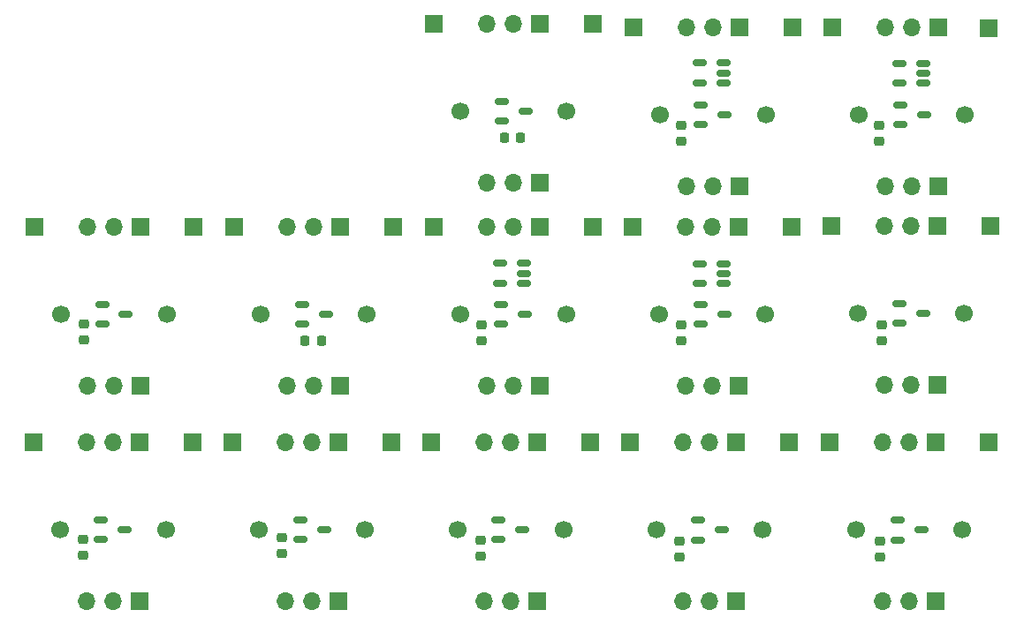
<source format=gbr>
%TF.GenerationSoftware,KiCad,Pcbnew,(7.0.0-0)*%
%TF.CreationDate,2023-03-27T22:21:21-05:00*%
%TF.ProjectId,he-sensor-breakout,68652d73-656e-4736-9f72-2d627265616b,rev?*%
%TF.SameCoordinates,Original*%
%TF.FileFunction,Soldermask,Bot*%
%TF.FilePolarity,Negative*%
%FSLAX46Y46*%
G04 Gerber Fmt 4.6, Leading zero omitted, Abs format (unit mm)*
G04 Created by KiCad (PCBNEW (7.0.0-0)) date 2023-03-27 22:21:21*
%MOMM*%
%LPD*%
G01*
G04 APERTURE LIST*
G04 Aperture macros list*
%AMRoundRect*
0 Rectangle with rounded corners*
0 $1 Rounding radius*
0 $2 $3 $4 $5 $6 $7 $8 $9 X,Y pos of 4 corners*
0 Add a 4 corners polygon primitive as box body*
4,1,4,$2,$3,$4,$5,$6,$7,$8,$9,$2,$3,0*
0 Add four circle primitives for the rounded corners*
1,1,$1+$1,$2,$3*
1,1,$1+$1,$4,$5*
1,1,$1+$1,$6,$7*
1,1,$1+$1,$8,$9*
0 Add four rect primitives between the rounded corners*
20,1,$1+$1,$2,$3,$4,$5,0*
20,1,$1+$1,$4,$5,$6,$7,0*
20,1,$1+$1,$6,$7,$8,$9,0*
20,1,$1+$1,$8,$9,$2,$3,0*%
G04 Aperture macros list end*
%ADD10C,1.700000*%
%ADD11R,1.700000X1.700000*%
%ADD12O,1.700000X1.700000*%
%ADD13RoundRect,0.150000X-0.512500X-0.150000X0.512500X-0.150000X0.512500X0.150000X-0.512500X0.150000X0*%
%ADD14RoundRect,0.225000X0.250000X-0.225000X0.250000X0.225000X-0.250000X0.225000X-0.250000X-0.225000X0*%
%ADD15RoundRect,0.150000X0.512500X0.150000X-0.512500X0.150000X-0.512500X-0.150000X0.512500X-0.150000X0*%
%ADD16RoundRect,0.225000X0.225000X0.250000X-0.225000X0.250000X-0.225000X-0.250000X0.225000X-0.250000X0*%
G04 APERTURE END LIST*
D10*
%TO.C,SW*%
X86104600Y-76111549D03*
X75944600Y-76111549D03*
%TD*%
%TO.C,SW*%
X143470000Y-76138750D03*
X133310000Y-76138750D03*
%TD*%
%TO.C,SW*%
X143209600Y-96810000D03*
X133049600Y-96810000D03*
%TD*%
%TO.C,SW*%
X124344000Y-76129299D03*
X114184000Y-76129299D03*
%TD*%
%TO.C,SW*%
X124388242Y-56665417D03*
X114228242Y-56665417D03*
%TD*%
%TO.C,SW*%
X105280000Y-76128750D03*
X95120000Y-76128750D03*
%TD*%
%TO.C,SW*%
X85994600Y-96775000D03*
X75834600Y-96775000D03*
%TD*%
%TO.C,SW*%
X143496142Y-56984917D03*
X133336142Y-56984917D03*
%TD*%
%TO.C,SW*%
X162604242Y-56997667D03*
X152444242Y-56997667D03*
%TD*%
%TO.C,SW*%
X162350000Y-96820000D03*
X152190000Y-96820000D03*
%TD*%
%TO.C,SW*%
X105089600Y-96795000D03*
X94929600Y-96795000D03*
%TD*%
%TO.C,SW*%
X162519000Y-76054299D03*
X152359000Y-76054299D03*
%TD*%
%TO.C,SW*%
X124114600Y-96790000D03*
X113954600Y-96790000D03*
%TD*%
D11*
%TO.C,STB3*%
X83564599Y-82937798D03*
D12*
X81024599Y-82937798D03*
X78484599Y-82937798D03*
%TD*%
D11*
%TO.C,STB1*%
X130769999Y-67724999D03*
%TD*%
%TO.C,STB1*%
X149904241Y-48583916D03*
%TD*%
%TO.C,STB2*%
X126654599Y-88376249D03*
%TD*%
%TO.C,STB2*%
X107819999Y-67714999D03*
%TD*%
%TO.C,J1*%
X102549599Y-88381249D03*
D12*
X100009599Y-88381249D03*
X97469599Y-88381249D03*
%TD*%
D13*
%TO.C,U1*%
X118126500Y-77079299D03*
X118126500Y-75179299D03*
X120401500Y-76129299D03*
%TD*%
D14*
%TO.C,C1*%
X78144600Y-78572799D03*
X78144600Y-77022799D03*
%TD*%
D13*
%TO.C,U1*%
X79887100Y-77061549D03*
X79887100Y-75161549D03*
X82162100Y-76111549D03*
%TD*%
D11*
%TO.C,STB3*%
X159809999Y-103646249D03*
D12*
X157269999Y-103646249D03*
X154729999Y-103646249D03*
%TD*%
D13*
%TO.C,U1*%
X118170742Y-57615417D03*
X118170742Y-55715417D03*
X120445742Y-56665417D03*
%TD*%
%TO.C,U1*%
X156301500Y-77004299D03*
X156301500Y-75104299D03*
X158576500Y-76054299D03*
%TD*%
D11*
%TO.C,STB1*%
X130796141Y-48571166D03*
%TD*%
D14*
%TO.C,C1*%
X116263600Y-78655549D03*
X116263600Y-77105549D03*
%TD*%
D11*
%TO.C,STB3*%
X140956141Y-63811166D03*
D12*
X138416141Y-63811166D03*
X135876141Y-63811166D03*
%TD*%
D13*
%TO.C,U1*%
X137252500Y-77088750D03*
X137252500Y-75188750D03*
X139527500Y-76138750D03*
%TD*%
D15*
%TO.C,U3*%
X139479242Y-52022667D03*
X139479242Y-52972667D03*
X139479242Y-53922667D03*
X137204242Y-53922667D03*
X137204242Y-52022667D03*
%TD*%
D11*
%TO.C,STB1*%
X92389599Y-88381249D03*
%TD*%
%TO.C,STB1*%
X149818999Y-67640548D03*
%TD*%
D13*
%TO.C,U1*%
X156132500Y-97770000D03*
X156132500Y-95870000D03*
X158407500Y-96820000D03*
%TD*%
D11*
%TO.C,STB3*%
X160064241Y-63823916D03*
D12*
X157524241Y-63823916D03*
X154984241Y-63823916D03*
%TD*%
D11*
%TO.C,J1*%
X140929999Y-67724999D03*
D12*
X138389999Y-67724999D03*
X135849999Y-67724999D03*
%TD*%
D11*
%TO.C,J1*%
X159809999Y-88406249D03*
D12*
X157269999Y-88406249D03*
X154729999Y-88406249D03*
%TD*%
D11*
%TO.C,STB3*%
X102549599Y-103621249D03*
D12*
X100009599Y-103621249D03*
X97469599Y-103621249D03*
%TD*%
D11*
%TO.C,STB1*%
X111688241Y-48251666D03*
%TD*%
%TO.C,STB2*%
X126928241Y-48251666D03*
%TD*%
D15*
%TO.C,U3*%
X120333600Y-71250549D03*
X120333600Y-72200549D03*
X120333600Y-73150549D03*
X118058600Y-73150549D03*
X118058600Y-71250549D03*
%TD*%
D11*
%TO.C,STB1*%
X111414599Y-88376249D03*
%TD*%
%TO.C,J1*%
X102739999Y-67714999D03*
D12*
X100199999Y-67714999D03*
X97659999Y-67714999D03*
%TD*%
D14*
%TO.C,C1*%
X97144600Y-99066250D03*
X97144600Y-97516250D03*
%TD*%
D11*
%TO.C,STB2*%
X146036141Y-48571166D03*
%TD*%
%TO.C,STB1*%
X92579999Y-67714999D03*
%TD*%
%TO.C,STB3*%
X140929999Y-82964999D03*
D12*
X138389999Y-82964999D03*
X135849999Y-82964999D03*
%TD*%
D11*
%TO.C,J1*%
X121803999Y-67715548D03*
D12*
X119263999Y-67715548D03*
X116723999Y-67715548D03*
%TD*%
D11*
%TO.C,STB3*%
X121848241Y-63491666D03*
D12*
X119308241Y-63491666D03*
X116768241Y-63491666D03*
%TD*%
D11*
%TO.C,STB1*%
X130509599Y-88396249D03*
%TD*%
D14*
%TO.C,C1*%
X154564000Y-78650549D03*
X154564000Y-77100549D03*
%TD*%
D13*
%TO.C,U1*%
X117897100Y-97740000D03*
X117897100Y-95840000D03*
X120172100Y-96790000D03*
%TD*%
D11*
%TO.C,STB3*%
X83454599Y-103601249D03*
D12*
X80914599Y-103601249D03*
X78374599Y-103601249D03*
%TD*%
D11*
%TO.C,STB1*%
X73294599Y-88361249D03*
%TD*%
%TO.C,J1*%
X160064241Y-48583916D03*
D12*
X157524241Y-48583916D03*
X154984241Y-48583916D03*
%TD*%
D14*
%TO.C,C1*%
X154395000Y-99416250D03*
X154395000Y-97866250D03*
%TD*%
D11*
%TO.C,J1*%
X159978999Y-67640548D03*
D12*
X157438999Y-67640548D03*
X154898999Y-67640548D03*
%TD*%
D11*
%TO.C,STB2*%
X88534599Y-88361249D03*
%TD*%
D14*
%TO.C,C1*%
X116174600Y-99346250D03*
X116174600Y-97796250D03*
%TD*%
D11*
%TO.C,STB2*%
X107629599Y-88381249D03*
%TD*%
D14*
%TO.C,C1*%
X135254600Y-99406250D03*
X135254600Y-97856250D03*
%TD*%
D11*
%TO.C,J1*%
X83564599Y-67697798D03*
D12*
X81024599Y-67697798D03*
X78484599Y-67697798D03*
%TD*%
D13*
%TO.C,U1*%
X156386742Y-57947667D03*
X156386742Y-56047667D03*
X158661742Y-56997667D03*
%TD*%
D11*
%TO.C,STB3*%
X102739999Y-82954999D03*
D12*
X100199999Y-82954999D03*
X97659999Y-82954999D03*
%TD*%
D11*
%TO.C,STB2*%
X165058999Y-67640548D03*
%TD*%
%TO.C,STB1*%
X73404599Y-67697798D03*
%TD*%
%TO.C,STB2*%
X164889999Y-88406249D03*
%TD*%
%TO.C,J1*%
X83454599Y-88361249D03*
D12*
X80914599Y-88361249D03*
X78374599Y-88361249D03*
%TD*%
D14*
%TO.C,C1*%
X135389600Y-78665000D03*
X135389600Y-77115000D03*
%TD*%
D11*
%TO.C,STB1*%
X149649999Y-88406249D03*
%TD*%
D13*
%TO.C,U1*%
X99062500Y-77078750D03*
X99062500Y-75178750D03*
X101337500Y-76128750D03*
%TD*%
D15*
%TO.C,U3*%
X158587342Y-52035417D03*
X158587342Y-52985417D03*
X158587342Y-53935417D03*
X156312342Y-53935417D03*
X156312342Y-52035417D03*
%TD*%
%TO.C,U3*%
X139459600Y-71260000D03*
X139459600Y-72210000D03*
X139459600Y-73160000D03*
X137184600Y-73160000D03*
X137184600Y-71260000D03*
%TD*%
D11*
%TO.C,STB3*%
X140669599Y-103636249D03*
D12*
X138129599Y-103636249D03*
X135589599Y-103636249D03*
%TD*%
D11*
%TO.C,STB2*%
X146009999Y-67724999D03*
%TD*%
D13*
%TO.C,U1*%
X98872100Y-97745000D03*
X98872100Y-95845000D03*
X101147100Y-96795000D03*
%TD*%
D11*
%TO.C,STB2*%
X145749599Y-88396249D03*
%TD*%
D16*
%TO.C,C1*%
X100905000Y-78623750D03*
X99355000Y-78623750D03*
%TD*%
D14*
%TO.C,C1*%
X154339242Y-59548917D03*
X154339242Y-57998917D03*
%TD*%
D13*
%TO.C,U1*%
X79777100Y-97725000D03*
X79777100Y-95825000D03*
X82052100Y-96775000D03*
%TD*%
%TO.C,U1*%
X137278642Y-57934917D03*
X137278642Y-56034917D03*
X139553642Y-56984917D03*
%TD*%
D11*
%TO.C,STB2*%
X126883999Y-67715548D03*
%TD*%
%TO.C,STB2*%
X164874999Y-48674999D03*
%TD*%
D16*
%TO.C,C1*%
X120013242Y-59160417D03*
X118463242Y-59160417D03*
%TD*%
D13*
%TO.C,U1*%
X136992100Y-97760000D03*
X136992100Y-95860000D03*
X139267100Y-96810000D03*
%TD*%
D11*
%TO.C,J1*%
X140669599Y-88396249D03*
D12*
X138129599Y-88396249D03*
X135589599Y-88396249D03*
%TD*%
D11*
%TO.C,STB3*%
X159978999Y-82880548D03*
D12*
X157438999Y-82880548D03*
X154898999Y-82880548D03*
%TD*%
D11*
%TO.C,J1*%
X121848241Y-48251666D03*
D12*
X119308241Y-48251666D03*
X116768241Y-48251666D03*
%TD*%
D11*
%TO.C,J1*%
X140956141Y-48571166D03*
D12*
X138416141Y-48571166D03*
X135876141Y-48571166D03*
%TD*%
D11*
%TO.C,STB3*%
X121803999Y-82955548D03*
D12*
X119263999Y-82955548D03*
X116723999Y-82955548D03*
%TD*%
D11*
%TO.C,J1*%
X121574599Y-88376249D03*
D12*
X119034599Y-88376249D03*
X116494599Y-88376249D03*
%TD*%
D14*
%TO.C,C1*%
X135415742Y-59511167D03*
X135415742Y-57961167D03*
%TD*%
D11*
%TO.C,STB2*%
X88644599Y-67697798D03*
%TD*%
D14*
%TO.C,C1*%
X78034600Y-99236250D03*
X78034600Y-97686250D03*
%TD*%
D11*
%TO.C,STB3*%
X121574599Y-103616249D03*
D12*
X119034599Y-103616249D03*
X116494599Y-103616249D03*
%TD*%
D11*
%TO.C,STB1*%
X111643999Y-67715548D03*
%TD*%
M02*

</source>
